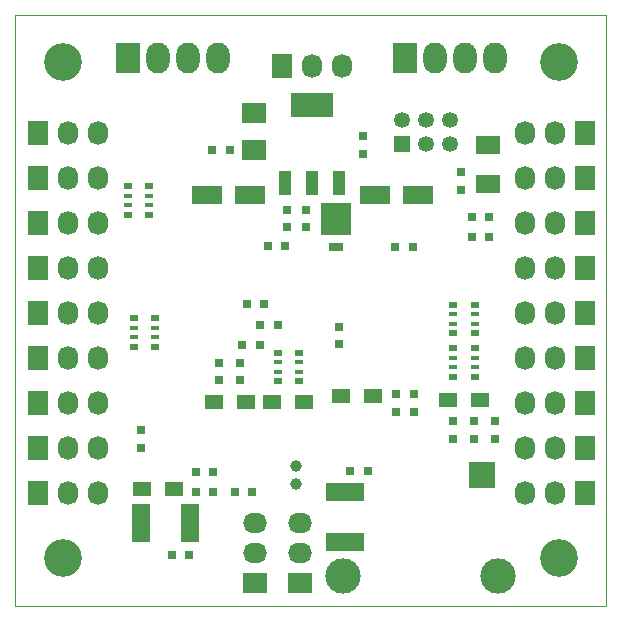
<source format=gbs>
G04 #@! TF.FileFunction,Soldermask,Bot*
%FSLAX46Y46*%
G04 Gerber Fmt 4.6, Leading zero omitted, Abs format (unit mm)*
G04 Created by KiCad (PCBNEW 4.0.2-stable) date 22/09/2016 0:52:13*
%MOMM*%
G01*
G04 APERTURE LIST*
%ADD10C,0.100000*%
%ADD11R,2.600960X1.600200*%
%ADD12R,0.800000X0.750000*%
%ADD13R,0.750000X0.800000*%
%ADD14R,1.350000X1.350000*%
%ADD15C,1.350000*%
%ADD16R,2.540000X2.670000*%
%ADD17R,1.270000X0.762000*%
%ADD18R,2.032000X1.524000*%
%ADD19R,1.500000X3.200000*%
%ADD20R,3.200000X1.500000*%
%ADD21R,2.029460X1.651000*%
%ADD22R,1.500000X1.300000*%
%ADD23R,1.727200X2.032000*%
%ADD24O,1.727200X2.032000*%
%ADD25R,2.032000X1.727200*%
%ADD26O,2.032000X1.727200*%
%ADD27R,2.000000X2.600000*%
%ADD28O,2.000000X2.600000*%
%ADD29R,2.235200X2.235200*%
%ADD30C,3.000000*%
%ADD31R,0.800000X0.500000*%
%ADD32R,0.800000X0.400000*%
%ADD33R,3.657600X2.032000*%
%ADD34R,1.016000X2.032000*%
%ADD35C,1.000760*%
%ADD36C,3.200000*%
G04 APERTURE END LIST*
D10*
X0Y50000000D02*
X0Y0D01*
X50000000Y50000000D02*
X0Y50000000D01*
X50000000Y0D02*
X50000000Y50000000D01*
X0Y0D02*
X50000000Y0D01*
D11*
X30457140Y34798000D03*
X34058860Y34798000D03*
D12*
X14720000Y4318000D03*
X13220000Y4318000D03*
X16752000Y11303000D03*
X15252000Y11303000D03*
D13*
X24638000Y32016000D03*
X24638000Y33516000D03*
D12*
X16752000Y9652000D03*
X15252000Y9652000D03*
X18554000Y9652000D03*
X20054000Y9652000D03*
D11*
X19834860Y34798000D03*
X16233140Y34798000D03*
D12*
X33643000Y30353000D03*
X32143000Y30353000D03*
D13*
X37719000Y36691000D03*
X37719000Y35191000D03*
D12*
X29833000Y11430000D03*
X28333000Y11430000D03*
D13*
X29464000Y38239000D03*
X29464000Y39739000D03*
D12*
X38620000Y31242000D03*
X40120000Y31242000D03*
X21070000Y25527000D03*
X19570000Y25527000D03*
D13*
X27432000Y22110000D03*
X27432000Y23610000D03*
D12*
X22848000Y30480000D03*
X21348000Y30480000D03*
D13*
X37084000Y15609000D03*
X37084000Y14109000D03*
X38862000Y15609000D03*
X38862000Y14109000D03*
D12*
X18149000Y38608000D03*
X16649000Y38608000D03*
D13*
X22987000Y32016000D03*
X22987000Y33516000D03*
X10668000Y13347000D03*
X10668000Y14847000D03*
X17272000Y20562000D03*
X17272000Y19062000D03*
X40640000Y15609000D03*
X40640000Y14109000D03*
X19050000Y20562000D03*
X19050000Y19062000D03*
D12*
X38620000Y32893000D03*
X40120000Y32893000D03*
X20689000Y22098000D03*
X19189000Y22098000D03*
X20713000Y23749000D03*
X22213000Y23749000D03*
D13*
X32258000Y16395000D03*
X32258000Y17895000D03*
X33782000Y16395000D03*
X33782000Y17895000D03*
D14*
X32766000Y39116000D03*
D15*
X34766000Y39116000D03*
X36766000Y39116000D03*
X32766000Y41116000D03*
X34766000Y41116000D03*
X36766000Y41116000D03*
D16*
X27178000Y32702500D03*
D17*
X27178000Y30351500D03*
D18*
X40005000Y38989000D03*
X40005000Y35687000D03*
D19*
X10600000Y6985000D03*
X14800000Y6985000D03*
D20*
X27940000Y9593000D03*
X27940000Y5393000D03*
D21*
X20193000Y41716960D03*
X20193000Y38547040D03*
D22*
X10715000Y9906000D03*
X13415000Y9906000D03*
X39323000Y17399000D03*
X36623000Y17399000D03*
X19511000Y17272000D03*
X16811000Y17272000D03*
X24464000Y17272000D03*
X21764000Y17272000D03*
X27606000Y17780000D03*
X30306000Y17780000D03*
D23*
X22606000Y45720000D03*
D24*
X25146000Y45720000D03*
X27686000Y45720000D03*
D23*
X1905000Y40005000D03*
D24*
X4445000Y40005000D03*
X6985000Y40005000D03*
D23*
X1905000Y36195000D03*
D24*
X4445000Y36195000D03*
X6985000Y36195000D03*
D23*
X1905000Y32385000D03*
D24*
X4445000Y32385000D03*
X6985000Y32385000D03*
D23*
X1905000Y28575000D03*
D24*
X4445000Y28575000D03*
X6985000Y28575000D03*
D23*
X1905000Y24765000D03*
D24*
X4445000Y24765000D03*
X6985000Y24765000D03*
D23*
X1905000Y20955000D03*
D24*
X4445000Y20955000D03*
X6985000Y20955000D03*
D23*
X1905000Y17145000D03*
D24*
X4445000Y17145000D03*
X6985000Y17145000D03*
D23*
X1905000Y13335000D03*
D24*
X4445000Y13335000D03*
X6985000Y13335000D03*
D23*
X1905000Y9525000D03*
D24*
X4445000Y9525000D03*
X6985000Y9525000D03*
D25*
X20320000Y1905000D03*
D26*
X20320000Y4445000D03*
X20320000Y6985000D03*
D25*
X24130000Y1905000D03*
D26*
X24130000Y4445000D03*
X24130000Y6985000D03*
D23*
X48260000Y9525000D03*
D24*
X45720000Y9525000D03*
X43180000Y9525000D03*
D23*
X48260000Y13335000D03*
D24*
X45720000Y13335000D03*
X43180000Y13335000D03*
D23*
X48260000Y17145000D03*
D24*
X45720000Y17145000D03*
X43180000Y17145000D03*
D23*
X48260000Y20955000D03*
D24*
X45720000Y20955000D03*
X43180000Y20955000D03*
D23*
X48260000Y24765000D03*
D24*
X45720000Y24765000D03*
X43180000Y24765000D03*
D23*
X48260000Y28575000D03*
D24*
X45720000Y28575000D03*
X43180000Y28575000D03*
D23*
X48260000Y32385000D03*
D24*
X45720000Y32385000D03*
X43180000Y32385000D03*
D23*
X48260000Y36195000D03*
D24*
X45720000Y36195000D03*
X43180000Y36195000D03*
D23*
X48260000Y40005000D03*
D24*
X45720000Y40005000D03*
X43180000Y40005000D03*
D27*
X33020000Y46355000D03*
D28*
X35560000Y46355000D03*
X38100000Y46355000D03*
X40640000Y46355000D03*
D27*
X9525000Y46355000D03*
D28*
X12065000Y46355000D03*
X14605000Y46355000D03*
X17145000Y46355000D03*
D29*
X39497000Y11049000D03*
D30*
X27720000Y2516000D03*
X40860000Y2516000D03*
D31*
X9514000Y33090000D03*
D32*
X9514000Y34690000D03*
X9514000Y33890000D03*
D31*
X9514000Y35490000D03*
D32*
X11314000Y33890000D03*
D31*
X11314000Y33090000D03*
D32*
X11314000Y34690000D03*
D31*
X11314000Y35490000D03*
X10022000Y21914000D03*
D32*
X10022000Y23514000D03*
X10022000Y22714000D03*
D31*
X10022000Y24314000D03*
D32*
X11822000Y22714000D03*
D31*
X11822000Y21914000D03*
D32*
X11822000Y23514000D03*
D31*
X11822000Y24314000D03*
X22214000Y18993000D03*
D32*
X22214000Y20593000D03*
X22214000Y19793000D03*
D31*
X22214000Y21393000D03*
D32*
X24014000Y19793000D03*
D31*
X24014000Y18993000D03*
D32*
X24014000Y20593000D03*
D31*
X24014000Y21393000D03*
X38873000Y21774000D03*
D32*
X38873000Y20174000D03*
X38873000Y20974000D03*
D31*
X38873000Y19374000D03*
D32*
X37073000Y20974000D03*
D31*
X37073000Y21774000D03*
D32*
X37073000Y20174000D03*
D31*
X37073000Y19374000D03*
X38873000Y25457000D03*
D32*
X38873000Y23857000D03*
X38873000Y24657000D03*
D31*
X38873000Y23057000D03*
D32*
X37073000Y24657000D03*
D31*
X37073000Y25457000D03*
D32*
X37073000Y23857000D03*
D31*
X37073000Y23057000D03*
D33*
X25146000Y42418000D03*
D34*
X25146000Y35814000D03*
X22860000Y35814000D03*
X27432000Y35814000D03*
D35*
X23749000Y11798300D03*
X23749000Y10299700D03*
D36*
X4000000Y46000000D03*
X46000000Y46000000D03*
X4000000Y4000000D03*
X46000000Y4000000D03*
M02*

</source>
